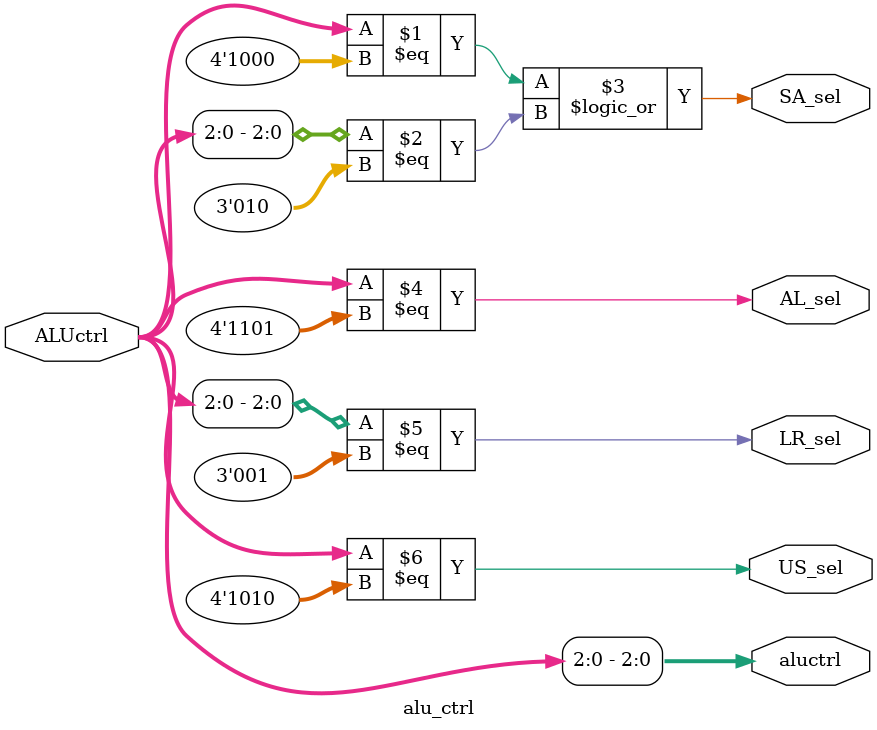
<source format=v>


module alu_ctrl(
    input [3:0] ALUctrl,
    output AL_sel, //arithmetic/logic
    output LR_sel, //left/right
    output US_sel, //unsigned/signed
    output SA_sel, //sub/add
    output [2:0] aluctrl
  );
    //sel default:0
    assign SA_sel = (ALUctrl == 4'b1000 || ALUctrl[2:0] == 3'b010);
    assign AL_sel = (ALUctrl == 4'b1101);
    assign LR_sel = (ALUctrl[2:0] == 3'b001);
    assign US_sel = (ALUctrl == 4'b1010);
    assign aluctrl = ALUctrl[2:0];

endmodule


</source>
